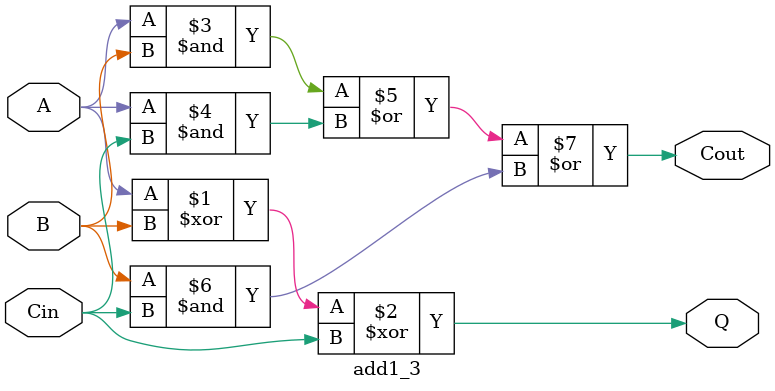
<source format=v>
module add1_3(input A, input B, input Cin, output Q, output Cout);
   assign Q = A ^ B ^ Cin;
   assign Cout = A&B | A&Cin | B&Cin;
endmodule
</source>
